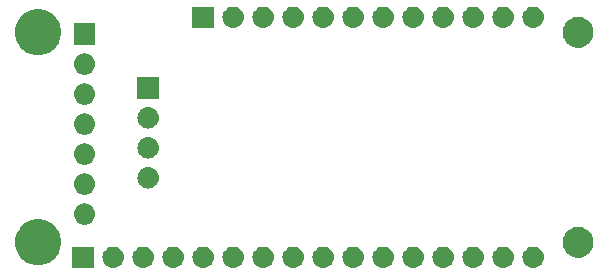
<source format=gbr>
G04 #@! TF.GenerationSoftware,KiCad,Pcbnew,(5.1.4)-1*
G04 #@! TF.CreationDate,2019-11-29T16:32:21-05:00*
G04 #@! TF.ProjectId,Feather-8bit-counter,46656174-6865-4722-9d38-6269742d636f,rev?*
G04 #@! TF.SameCoordinates,Original*
G04 #@! TF.FileFunction,Soldermask,Bot*
G04 #@! TF.FilePolarity,Negative*
%FSLAX46Y46*%
G04 Gerber Fmt 4.6, Leading zero omitted, Abs format (unit mm)*
G04 Created by KiCad (PCBNEW (5.1.4)-1) date 2019-11-29 16:32:21*
%MOMM*%
%LPD*%
G04 APERTURE LIST*
%ADD10C,0.100000*%
G04 APERTURE END LIST*
D10*
G36*
X132444443Y-67075919D02*
G01*
X132510627Y-67082437D01*
X132680466Y-67133957D01*
X132836991Y-67217622D01*
X132872729Y-67246952D01*
X132974186Y-67330214D01*
X133057448Y-67431671D01*
X133086778Y-67467409D01*
X133170443Y-67623934D01*
X133221963Y-67793773D01*
X133239359Y-67970400D01*
X133221963Y-68147027D01*
X133170443Y-68316866D01*
X133086778Y-68473391D01*
X133057448Y-68509129D01*
X132974186Y-68610586D01*
X132872729Y-68693848D01*
X132836991Y-68723178D01*
X132680466Y-68806843D01*
X132510627Y-68858363D01*
X132444443Y-68864881D01*
X132378260Y-68871400D01*
X132289740Y-68871400D01*
X132223557Y-68864881D01*
X132157373Y-68858363D01*
X131987534Y-68806843D01*
X131831009Y-68723178D01*
X131795271Y-68693848D01*
X131693814Y-68610586D01*
X131610552Y-68509129D01*
X131581222Y-68473391D01*
X131497557Y-68316866D01*
X131446037Y-68147027D01*
X131428641Y-67970400D01*
X131446037Y-67793773D01*
X131497557Y-67623934D01*
X131581222Y-67467409D01*
X131610552Y-67431671D01*
X131693814Y-67330214D01*
X131795271Y-67246952D01*
X131831009Y-67217622D01*
X131987534Y-67133957D01*
X132157373Y-67082437D01*
X132223557Y-67075919D01*
X132289740Y-67069400D01*
X132378260Y-67069400D01*
X132444443Y-67075919D01*
X132444443Y-67075919D01*
G37*
G36*
X127364443Y-67075919D02*
G01*
X127430627Y-67082437D01*
X127600466Y-67133957D01*
X127756991Y-67217622D01*
X127792729Y-67246952D01*
X127894186Y-67330214D01*
X127977448Y-67431671D01*
X128006778Y-67467409D01*
X128090443Y-67623934D01*
X128141963Y-67793773D01*
X128159359Y-67970400D01*
X128141963Y-68147027D01*
X128090443Y-68316866D01*
X128006778Y-68473391D01*
X127977448Y-68509129D01*
X127894186Y-68610586D01*
X127792729Y-68693848D01*
X127756991Y-68723178D01*
X127600466Y-68806843D01*
X127430627Y-68858363D01*
X127364443Y-68864881D01*
X127298260Y-68871400D01*
X127209740Y-68871400D01*
X127143557Y-68864881D01*
X127077373Y-68858363D01*
X126907534Y-68806843D01*
X126751009Y-68723178D01*
X126715271Y-68693848D01*
X126613814Y-68610586D01*
X126530552Y-68509129D01*
X126501222Y-68473391D01*
X126417557Y-68316866D01*
X126366037Y-68147027D01*
X126348641Y-67970400D01*
X126366037Y-67793773D01*
X126417557Y-67623934D01*
X126501222Y-67467409D01*
X126530552Y-67431671D01*
X126613814Y-67330214D01*
X126715271Y-67246952D01*
X126751009Y-67217622D01*
X126907534Y-67133957D01*
X127077373Y-67082437D01*
X127143557Y-67075919D01*
X127209740Y-67069400D01*
X127298260Y-67069400D01*
X127364443Y-67075919D01*
X127364443Y-67075919D01*
G37*
G36*
X142604443Y-67075919D02*
G01*
X142670627Y-67082437D01*
X142840466Y-67133957D01*
X142996991Y-67217622D01*
X143032729Y-67246952D01*
X143134186Y-67330214D01*
X143217448Y-67431671D01*
X143246778Y-67467409D01*
X143330443Y-67623934D01*
X143381963Y-67793773D01*
X143399359Y-67970400D01*
X143381963Y-68147027D01*
X143330443Y-68316866D01*
X143246778Y-68473391D01*
X143217448Y-68509129D01*
X143134186Y-68610586D01*
X143032729Y-68693848D01*
X142996991Y-68723178D01*
X142840466Y-68806843D01*
X142670627Y-68858363D01*
X142604443Y-68864881D01*
X142538260Y-68871400D01*
X142449740Y-68871400D01*
X142383557Y-68864881D01*
X142317373Y-68858363D01*
X142147534Y-68806843D01*
X141991009Y-68723178D01*
X141955271Y-68693848D01*
X141853814Y-68610586D01*
X141770552Y-68509129D01*
X141741222Y-68473391D01*
X141657557Y-68316866D01*
X141606037Y-68147027D01*
X141588641Y-67970400D01*
X141606037Y-67793773D01*
X141657557Y-67623934D01*
X141741222Y-67467409D01*
X141770552Y-67431671D01*
X141853814Y-67330214D01*
X141955271Y-67246952D01*
X141991009Y-67217622D01*
X142147534Y-67133957D01*
X142317373Y-67082437D01*
X142383557Y-67075919D01*
X142449740Y-67069400D01*
X142538260Y-67069400D01*
X142604443Y-67075919D01*
X142604443Y-67075919D01*
G37*
G36*
X140064443Y-67075919D02*
G01*
X140130627Y-67082437D01*
X140300466Y-67133957D01*
X140456991Y-67217622D01*
X140492729Y-67246952D01*
X140594186Y-67330214D01*
X140677448Y-67431671D01*
X140706778Y-67467409D01*
X140790443Y-67623934D01*
X140841963Y-67793773D01*
X140859359Y-67970400D01*
X140841963Y-68147027D01*
X140790443Y-68316866D01*
X140706778Y-68473391D01*
X140677448Y-68509129D01*
X140594186Y-68610586D01*
X140492729Y-68693848D01*
X140456991Y-68723178D01*
X140300466Y-68806843D01*
X140130627Y-68858363D01*
X140064443Y-68864881D01*
X139998260Y-68871400D01*
X139909740Y-68871400D01*
X139843557Y-68864881D01*
X139777373Y-68858363D01*
X139607534Y-68806843D01*
X139451009Y-68723178D01*
X139415271Y-68693848D01*
X139313814Y-68610586D01*
X139230552Y-68509129D01*
X139201222Y-68473391D01*
X139117557Y-68316866D01*
X139066037Y-68147027D01*
X139048641Y-67970400D01*
X139066037Y-67793773D01*
X139117557Y-67623934D01*
X139201222Y-67467409D01*
X139230552Y-67431671D01*
X139313814Y-67330214D01*
X139415271Y-67246952D01*
X139451009Y-67217622D01*
X139607534Y-67133957D01*
X139777373Y-67082437D01*
X139843557Y-67075919D01*
X139909740Y-67069400D01*
X139998260Y-67069400D01*
X140064443Y-67075919D01*
X140064443Y-67075919D01*
G37*
G36*
X137524443Y-67075919D02*
G01*
X137590627Y-67082437D01*
X137760466Y-67133957D01*
X137916991Y-67217622D01*
X137952729Y-67246952D01*
X138054186Y-67330214D01*
X138137448Y-67431671D01*
X138166778Y-67467409D01*
X138250443Y-67623934D01*
X138301963Y-67793773D01*
X138319359Y-67970400D01*
X138301963Y-68147027D01*
X138250443Y-68316866D01*
X138166778Y-68473391D01*
X138137448Y-68509129D01*
X138054186Y-68610586D01*
X137952729Y-68693848D01*
X137916991Y-68723178D01*
X137760466Y-68806843D01*
X137590627Y-68858363D01*
X137524443Y-68864881D01*
X137458260Y-68871400D01*
X137369740Y-68871400D01*
X137303557Y-68864881D01*
X137237373Y-68858363D01*
X137067534Y-68806843D01*
X136911009Y-68723178D01*
X136875271Y-68693848D01*
X136773814Y-68610586D01*
X136690552Y-68509129D01*
X136661222Y-68473391D01*
X136577557Y-68316866D01*
X136526037Y-68147027D01*
X136508641Y-67970400D01*
X136526037Y-67793773D01*
X136577557Y-67623934D01*
X136661222Y-67467409D01*
X136690552Y-67431671D01*
X136773814Y-67330214D01*
X136875271Y-67246952D01*
X136911009Y-67217622D01*
X137067534Y-67133957D01*
X137237373Y-67082437D01*
X137303557Y-67075919D01*
X137369740Y-67069400D01*
X137458260Y-67069400D01*
X137524443Y-67075919D01*
X137524443Y-67075919D01*
G37*
G36*
X134984443Y-67075919D02*
G01*
X135050627Y-67082437D01*
X135220466Y-67133957D01*
X135376991Y-67217622D01*
X135412729Y-67246952D01*
X135514186Y-67330214D01*
X135597448Y-67431671D01*
X135626778Y-67467409D01*
X135710443Y-67623934D01*
X135761963Y-67793773D01*
X135779359Y-67970400D01*
X135761963Y-68147027D01*
X135710443Y-68316866D01*
X135626778Y-68473391D01*
X135597448Y-68509129D01*
X135514186Y-68610586D01*
X135412729Y-68693848D01*
X135376991Y-68723178D01*
X135220466Y-68806843D01*
X135050627Y-68858363D01*
X134984443Y-68864881D01*
X134918260Y-68871400D01*
X134829740Y-68871400D01*
X134763557Y-68864881D01*
X134697373Y-68858363D01*
X134527534Y-68806843D01*
X134371009Y-68723178D01*
X134335271Y-68693848D01*
X134233814Y-68610586D01*
X134150552Y-68509129D01*
X134121222Y-68473391D01*
X134037557Y-68316866D01*
X133986037Y-68147027D01*
X133968641Y-67970400D01*
X133986037Y-67793773D01*
X134037557Y-67623934D01*
X134121222Y-67467409D01*
X134150552Y-67431671D01*
X134233814Y-67330214D01*
X134335271Y-67246952D01*
X134371009Y-67217622D01*
X134527534Y-67133957D01*
X134697373Y-67082437D01*
X134763557Y-67075919D01*
X134829740Y-67069400D01*
X134918260Y-67069400D01*
X134984443Y-67075919D01*
X134984443Y-67075919D01*
G37*
G36*
X129904443Y-67075919D02*
G01*
X129970627Y-67082437D01*
X130140466Y-67133957D01*
X130296991Y-67217622D01*
X130332729Y-67246952D01*
X130434186Y-67330214D01*
X130517448Y-67431671D01*
X130546778Y-67467409D01*
X130630443Y-67623934D01*
X130681963Y-67793773D01*
X130699359Y-67970400D01*
X130681963Y-68147027D01*
X130630443Y-68316866D01*
X130546778Y-68473391D01*
X130517448Y-68509129D01*
X130434186Y-68610586D01*
X130332729Y-68693848D01*
X130296991Y-68723178D01*
X130140466Y-68806843D01*
X129970627Y-68858363D01*
X129904443Y-68864881D01*
X129838260Y-68871400D01*
X129749740Y-68871400D01*
X129683557Y-68864881D01*
X129617373Y-68858363D01*
X129447534Y-68806843D01*
X129291009Y-68723178D01*
X129255271Y-68693848D01*
X129153814Y-68610586D01*
X129070552Y-68509129D01*
X129041222Y-68473391D01*
X128957557Y-68316866D01*
X128906037Y-68147027D01*
X128888641Y-67970400D01*
X128906037Y-67793773D01*
X128957557Y-67623934D01*
X129041222Y-67467409D01*
X129070552Y-67431671D01*
X129153814Y-67330214D01*
X129255271Y-67246952D01*
X129291009Y-67217622D01*
X129447534Y-67133957D01*
X129617373Y-67082437D01*
X129683557Y-67075919D01*
X129749740Y-67069400D01*
X129838260Y-67069400D01*
X129904443Y-67075919D01*
X129904443Y-67075919D01*
G37*
G36*
X145144443Y-67075919D02*
G01*
X145210627Y-67082437D01*
X145380466Y-67133957D01*
X145536991Y-67217622D01*
X145572729Y-67246952D01*
X145674186Y-67330214D01*
X145757448Y-67431671D01*
X145786778Y-67467409D01*
X145870443Y-67623934D01*
X145921963Y-67793773D01*
X145939359Y-67970400D01*
X145921963Y-68147027D01*
X145870443Y-68316866D01*
X145786778Y-68473391D01*
X145757448Y-68509129D01*
X145674186Y-68610586D01*
X145572729Y-68693848D01*
X145536991Y-68723178D01*
X145380466Y-68806843D01*
X145210627Y-68858363D01*
X145144443Y-68864881D01*
X145078260Y-68871400D01*
X144989740Y-68871400D01*
X144923557Y-68864881D01*
X144857373Y-68858363D01*
X144687534Y-68806843D01*
X144531009Y-68723178D01*
X144495271Y-68693848D01*
X144393814Y-68610586D01*
X144310552Y-68509129D01*
X144281222Y-68473391D01*
X144197557Y-68316866D01*
X144146037Y-68147027D01*
X144128641Y-67970400D01*
X144146037Y-67793773D01*
X144197557Y-67623934D01*
X144281222Y-67467409D01*
X144310552Y-67431671D01*
X144393814Y-67330214D01*
X144495271Y-67246952D01*
X144531009Y-67217622D01*
X144687534Y-67133957D01*
X144857373Y-67082437D01*
X144923557Y-67075919D01*
X144989740Y-67069400D01*
X145078260Y-67069400D01*
X145144443Y-67075919D01*
X145144443Y-67075919D01*
G37*
G36*
X124824443Y-67075919D02*
G01*
X124890627Y-67082437D01*
X125060466Y-67133957D01*
X125216991Y-67217622D01*
X125252729Y-67246952D01*
X125354186Y-67330214D01*
X125437448Y-67431671D01*
X125466778Y-67467409D01*
X125550443Y-67623934D01*
X125601963Y-67793773D01*
X125619359Y-67970400D01*
X125601963Y-68147027D01*
X125550443Y-68316866D01*
X125466778Y-68473391D01*
X125437448Y-68509129D01*
X125354186Y-68610586D01*
X125252729Y-68693848D01*
X125216991Y-68723178D01*
X125060466Y-68806843D01*
X124890627Y-68858363D01*
X124824443Y-68864881D01*
X124758260Y-68871400D01*
X124669740Y-68871400D01*
X124603557Y-68864881D01*
X124537373Y-68858363D01*
X124367534Y-68806843D01*
X124211009Y-68723178D01*
X124175271Y-68693848D01*
X124073814Y-68610586D01*
X123990552Y-68509129D01*
X123961222Y-68473391D01*
X123877557Y-68316866D01*
X123826037Y-68147027D01*
X123808641Y-67970400D01*
X123826037Y-67793773D01*
X123877557Y-67623934D01*
X123961222Y-67467409D01*
X123990552Y-67431671D01*
X124073814Y-67330214D01*
X124175271Y-67246952D01*
X124211009Y-67217622D01*
X124367534Y-67133957D01*
X124537373Y-67082437D01*
X124603557Y-67075919D01*
X124669740Y-67069400D01*
X124758260Y-67069400D01*
X124824443Y-67075919D01*
X124824443Y-67075919D01*
G37*
G36*
X122284443Y-67075919D02*
G01*
X122350627Y-67082437D01*
X122520466Y-67133957D01*
X122676991Y-67217622D01*
X122712729Y-67246952D01*
X122814186Y-67330214D01*
X122897448Y-67431671D01*
X122926778Y-67467409D01*
X123010443Y-67623934D01*
X123061963Y-67793773D01*
X123079359Y-67970400D01*
X123061963Y-68147027D01*
X123010443Y-68316866D01*
X122926778Y-68473391D01*
X122897448Y-68509129D01*
X122814186Y-68610586D01*
X122712729Y-68693848D01*
X122676991Y-68723178D01*
X122520466Y-68806843D01*
X122350627Y-68858363D01*
X122284443Y-68864881D01*
X122218260Y-68871400D01*
X122129740Y-68871400D01*
X122063557Y-68864881D01*
X121997373Y-68858363D01*
X121827534Y-68806843D01*
X121671009Y-68723178D01*
X121635271Y-68693848D01*
X121533814Y-68610586D01*
X121450552Y-68509129D01*
X121421222Y-68473391D01*
X121337557Y-68316866D01*
X121286037Y-68147027D01*
X121268641Y-67970400D01*
X121286037Y-67793773D01*
X121337557Y-67623934D01*
X121421222Y-67467409D01*
X121450552Y-67431671D01*
X121533814Y-67330214D01*
X121635271Y-67246952D01*
X121671009Y-67217622D01*
X121827534Y-67133957D01*
X121997373Y-67082437D01*
X122063557Y-67075919D01*
X122129740Y-67069400D01*
X122218260Y-67069400D01*
X122284443Y-67075919D01*
X122284443Y-67075919D01*
G37*
G36*
X119744443Y-67075919D02*
G01*
X119810627Y-67082437D01*
X119980466Y-67133957D01*
X120136991Y-67217622D01*
X120172729Y-67246952D01*
X120274186Y-67330214D01*
X120357448Y-67431671D01*
X120386778Y-67467409D01*
X120470443Y-67623934D01*
X120521963Y-67793773D01*
X120539359Y-67970400D01*
X120521963Y-68147027D01*
X120470443Y-68316866D01*
X120386778Y-68473391D01*
X120357448Y-68509129D01*
X120274186Y-68610586D01*
X120172729Y-68693848D01*
X120136991Y-68723178D01*
X119980466Y-68806843D01*
X119810627Y-68858363D01*
X119744443Y-68864881D01*
X119678260Y-68871400D01*
X119589740Y-68871400D01*
X119523557Y-68864881D01*
X119457373Y-68858363D01*
X119287534Y-68806843D01*
X119131009Y-68723178D01*
X119095271Y-68693848D01*
X118993814Y-68610586D01*
X118910552Y-68509129D01*
X118881222Y-68473391D01*
X118797557Y-68316866D01*
X118746037Y-68147027D01*
X118728641Y-67970400D01*
X118746037Y-67793773D01*
X118797557Y-67623934D01*
X118881222Y-67467409D01*
X118910552Y-67431671D01*
X118993814Y-67330214D01*
X119095271Y-67246952D01*
X119131009Y-67217622D01*
X119287534Y-67133957D01*
X119457373Y-67082437D01*
X119523557Y-67075919D01*
X119589740Y-67069400D01*
X119678260Y-67069400D01*
X119744443Y-67075919D01*
X119744443Y-67075919D01*
G37*
G36*
X117204443Y-67075919D02*
G01*
X117270627Y-67082437D01*
X117440466Y-67133957D01*
X117596991Y-67217622D01*
X117632729Y-67246952D01*
X117734186Y-67330214D01*
X117817448Y-67431671D01*
X117846778Y-67467409D01*
X117930443Y-67623934D01*
X117981963Y-67793773D01*
X117999359Y-67970400D01*
X117981963Y-68147027D01*
X117930443Y-68316866D01*
X117846778Y-68473391D01*
X117817448Y-68509129D01*
X117734186Y-68610586D01*
X117632729Y-68693848D01*
X117596991Y-68723178D01*
X117440466Y-68806843D01*
X117270627Y-68858363D01*
X117204443Y-68864881D01*
X117138260Y-68871400D01*
X117049740Y-68871400D01*
X116983557Y-68864881D01*
X116917373Y-68858363D01*
X116747534Y-68806843D01*
X116591009Y-68723178D01*
X116555271Y-68693848D01*
X116453814Y-68610586D01*
X116370552Y-68509129D01*
X116341222Y-68473391D01*
X116257557Y-68316866D01*
X116206037Y-68147027D01*
X116188641Y-67970400D01*
X116206037Y-67793773D01*
X116257557Y-67623934D01*
X116341222Y-67467409D01*
X116370552Y-67431671D01*
X116453814Y-67330214D01*
X116555271Y-67246952D01*
X116591009Y-67217622D01*
X116747534Y-67133957D01*
X116917373Y-67082437D01*
X116983557Y-67075919D01*
X117049740Y-67069400D01*
X117138260Y-67069400D01*
X117204443Y-67075919D01*
X117204443Y-67075919D01*
G37*
G36*
X114664443Y-67075919D02*
G01*
X114730627Y-67082437D01*
X114900466Y-67133957D01*
X115056991Y-67217622D01*
X115092729Y-67246952D01*
X115194186Y-67330214D01*
X115277448Y-67431671D01*
X115306778Y-67467409D01*
X115390443Y-67623934D01*
X115441963Y-67793773D01*
X115459359Y-67970400D01*
X115441963Y-68147027D01*
X115390443Y-68316866D01*
X115306778Y-68473391D01*
X115277448Y-68509129D01*
X115194186Y-68610586D01*
X115092729Y-68693848D01*
X115056991Y-68723178D01*
X114900466Y-68806843D01*
X114730627Y-68858363D01*
X114664443Y-68864881D01*
X114598260Y-68871400D01*
X114509740Y-68871400D01*
X114443557Y-68864881D01*
X114377373Y-68858363D01*
X114207534Y-68806843D01*
X114051009Y-68723178D01*
X114015271Y-68693848D01*
X113913814Y-68610586D01*
X113830552Y-68509129D01*
X113801222Y-68473391D01*
X113717557Y-68316866D01*
X113666037Y-68147027D01*
X113648641Y-67970400D01*
X113666037Y-67793773D01*
X113717557Y-67623934D01*
X113801222Y-67467409D01*
X113830552Y-67431671D01*
X113913814Y-67330214D01*
X114015271Y-67246952D01*
X114051009Y-67217622D01*
X114207534Y-67133957D01*
X114377373Y-67082437D01*
X114443557Y-67075919D01*
X114509740Y-67069400D01*
X114598260Y-67069400D01*
X114664443Y-67075919D01*
X114664443Y-67075919D01*
G37*
G36*
X112124443Y-67075919D02*
G01*
X112190627Y-67082437D01*
X112360466Y-67133957D01*
X112516991Y-67217622D01*
X112552729Y-67246952D01*
X112654186Y-67330214D01*
X112737448Y-67431671D01*
X112766778Y-67467409D01*
X112850443Y-67623934D01*
X112901963Y-67793773D01*
X112919359Y-67970400D01*
X112901963Y-68147027D01*
X112850443Y-68316866D01*
X112766778Y-68473391D01*
X112737448Y-68509129D01*
X112654186Y-68610586D01*
X112552729Y-68693848D01*
X112516991Y-68723178D01*
X112360466Y-68806843D01*
X112190627Y-68858363D01*
X112124443Y-68864881D01*
X112058260Y-68871400D01*
X111969740Y-68871400D01*
X111903557Y-68864881D01*
X111837373Y-68858363D01*
X111667534Y-68806843D01*
X111511009Y-68723178D01*
X111475271Y-68693848D01*
X111373814Y-68610586D01*
X111290552Y-68509129D01*
X111261222Y-68473391D01*
X111177557Y-68316866D01*
X111126037Y-68147027D01*
X111108641Y-67970400D01*
X111126037Y-67793773D01*
X111177557Y-67623934D01*
X111261222Y-67467409D01*
X111290552Y-67431671D01*
X111373814Y-67330214D01*
X111475271Y-67246952D01*
X111511009Y-67217622D01*
X111667534Y-67133957D01*
X111837373Y-67082437D01*
X111903557Y-67075919D01*
X111969740Y-67069400D01*
X112058260Y-67069400D01*
X112124443Y-67075919D01*
X112124443Y-67075919D01*
G37*
G36*
X109584443Y-67075919D02*
G01*
X109650627Y-67082437D01*
X109820466Y-67133957D01*
X109976991Y-67217622D01*
X110012729Y-67246952D01*
X110114186Y-67330214D01*
X110197448Y-67431671D01*
X110226778Y-67467409D01*
X110310443Y-67623934D01*
X110361963Y-67793773D01*
X110379359Y-67970400D01*
X110361963Y-68147027D01*
X110310443Y-68316866D01*
X110226778Y-68473391D01*
X110197448Y-68509129D01*
X110114186Y-68610586D01*
X110012729Y-68693848D01*
X109976991Y-68723178D01*
X109820466Y-68806843D01*
X109650627Y-68858363D01*
X109584443Y-68864881D01*
X109518260Y-68871400D01*
X109429740Y-68871400D01*
X109363557Y-68864881D01*
X109297373Y-68858363D01*
X109127534Y-68806843D01*
X108971009Y-68723178D01*
X108935271Y-68693848D01*
X108833814Y-68610586D01*
X108750552Y-68509129D01*
X108721222Y-68473391D01*
X108637557Y-68316866D01*
X108586037Y-68147027D01*
X108568641Y-67970400D01*
X108586037Y-67793773D01*
X108637557Y-67623934D01*
X108721222Y-67467409D01*
X108750552Y-67431671D01*
X108833814Y-67330214D01*
X108935271Y-67246952D01*
X108971009Y-67217622D01*
X109127534Y-67133957D01*
X109297373Y-67082437D01*
X109363557Y-67075919D01*
X109429740Y-67069400D01*
X109518260Y-67069400D01*
X109584443Y-67075919D01*
X109584443Y-67075919D01*
G37*
G36*
X107835000Y-68871400D02*
G01*
X106033000Y-68871400D01*
X106033000Y-67069400D01*
X107835000Y-67069400D01*
X107835000Y-68871400D01*
X107835000Y-68871400D01*
G37*
G36*
X103695625Y-64824375D02*
G01*
X104050683Y-64971445D01*
X104050685Y-64971446D01*
X104370230Y-65184959D01*
X104641981Y-65456710D01*
X104702624Y-65547469D01*
X104855495Y-65776257D01*
X105002565Y-66131315D01*
X105077540Y-66508242D01*
X105077540Y-66892558D01*
X105002565Y-67269485D01*
X104920582Y-67467409D01*
X104855494Y-67624545D01*
X104641981Y-67944090D01*
X104370230Y-68215841D01*
X104050685Y-68429354D01*
X104050684Y-68429355D01*
X104050683Y-68429355D01*
X103695625Y-68576425D01*
X103318698Y-68651400D01*
X102934382Y-68651400D01*
X102557455Y-68576425D01*
X102202397Y-68429355D01*
X102202396Y-68429355D01*
X102202395Y-68429354D01*
X101882850Y-68215841D01*
X101611099Y-67944090D01*
X101397586Y-67624545D01*
X101332498Y-67467409D01*
X101250515Y-67269485D01*
X101175540Y-66892558D01*
X101175540Y-66508242D01*
X101250515Y-66131315D01*
X101397585Y-65776257D01*
X101550456Y-65547469D01*
X101611099Y-65456710D01*
X101882850Y-65184959D01*
X102202395Y-64971446D01*
X102202397Y-64971445D01*
X102557455Y-64824375D01*
X102934382Y-64749400D01*
X103318698Y-64749400D01*
X103695625Y-64824375D01*
X103695625Y-64824375D01*
G37*
G36*
X149226027Y-65449396D02*
G01*
X149462793Y-65547468D01*
X149462795Y-65547469D01*
X149675879Y-65689847D01*
X149857093Y-65871061D01*
X149999472Y-66084147D01*
X150097544Y-66320913D01*
X150147540Y-66572261D01*
X150147540Y-66828539D01*
X150097544Y-67079887D01*
X150019009Y-67269486D01*
X149999471Y-67316655D01*
X149857093Y-67529739D01*
X149675879Y-67710953D01*
X149462795Y-67853331D01*
X149462794Y-67853332D01*
X149462793Y-67853332D01*
X149226027Y-67951404D01*
X148974679Y-68001400D01*
X148718401Y-68001400D01*
X148467053Y-67951404D01*
X148230287Y-67853332D01*
X148230286Y-67853332D01*
X148230285Y-67853331D01*
X148017201Y-67710953D01*
X147835987Y-67529739D01*
X147693609Y-67316655D01*
X147674071Y-67269486D01*
X147595536Y-67079887D01*
X147545540Y-66828539D01*
X147545540Y-66572261D01*
X147595536Y-66320913D01*
X147693608Y-66084147D01*
X147835987Y-65871061D01*
X148017201Y-65689847D01*
X148230285Y-65547469D01*
X148230287Y-65547468D01*
X148467053Y-65449396D01*
X148718401Y-65399400D01*
X148974679Y-65399400D01*
X149226027Y-65449396D01*
X149226027Y-65449396D01*
G37*
G36*
X107158742Y-63418638D02*
G01*
X107224927Y-63425157D01*
X107394766Y-63476677D01*
X107551291Y-63560342D01*
X107587029Y-63589672D01*
X107688486Y-63672934D01*
X107771748Y-63774391D01*
X107801078Y-63810129D01*
X107884743Y-63966654D01*
X107936263Y-64136493D01*
X107953659Y-64313120D01*
X107936263Y-64489747D01*
X107884743Y-64659586D01*
X107801078Y-64816111D01*
X107794295Y-64824376D01*
X107688486Y-64953306D01*
X107587029Y-65036568D01*
X107551291Y-65065898D01*
X107394766Y-65149563D01*
X107224927Y-65201083D01*
X107158742Y-65207602D01*
X107092560Y-65214120D01*
X107004040Y-65214120D01*
X106937858Y-65207602D01*
X106871673Y-65201083D01*
X106701834Y-65149563D01*
X106545309Y-65065898D01*
X106509571Y-65036568D01*
X106408114Y-64953306D01*
X106302305Y-64824376D01*
X106295522Y-64816111D01*
X106211857Y-64659586D01*
X106160337Y-64489747D01*
X106142941Y-64313120D01*
X106160337Y-64136493D01*
X106211857Y-63966654D01*
X106295522Y-63810129D01*
X106324852Y-63774391D01*
X106408114Y-63672934D01*
X106509571Y-63589672D01*
X106545309Y-63560342D01*
X106701834Y-63476677D01*
X106871673Y-63425157D01*
X106937858Y-63418638D01*
X107004040Y-63412120D01*
X107092560Y-63412120D01*
X107158742Y-63418638D01*
X107158742Y-63418638D01*
G37*
G36*
X107158743Y-60878639D02*
G01*
X107224927Y-60885157D01*
X107394766Y-60936677D01*
X107551291Y-61020342D01*
X107587029Y-61049672D01*
X107688486Y-61132934D01*
X107771748Y-61234391D01*
X107801078Y-61270129D01*
X107884743Y-61426654D01*
X107936263Y-61596493D01*
X107953659Y-61773120D01*
X107936263Y-61949747D01*
X107884743Y-62119586D01*
X107801078Y-62276111D01*
X107771748Y-62311849D01*
X107688486Y-62413306D01*
X107587029Y-62496568D01*
X107551291Y-62525898D01*
X107394766Y-62609563D01*
X107224927Y-62661083D01*
X107158742Y-62667602D01*
X107092560Y-62674120D01*
X107004040Y-62674120D01*
X106937858Y-62667602D01*
X106871673Y-62661083D01*
X106701834Y-62609563D01*
X106545309Y-62525898D01*
X106509571Y-62496568D01*
X106408114Y-62413306D01*
X106324852Y-62311849D01*
X106295522Y-62276111D01*
X106211857Y-62119586D01*
X106160337Y-61949747D01*
X106142941Y-61773120D01*
X106160337Y-61596493D01*
X106211857Y-61426654D01*
X106295522Y-61270129D01*
X106324852Y-61234391D01*
X106408114Y-61132934D01*
X106509571Y-61049672D01*
X106545309Y-61020342D01*
X106701834Y-60936677D01*
X106871673Y-60885157D01*
X106937857Y-60878639D01*
X107004040Y-60872120D01*
X107092560Y-60872120D01*
X107158743Y-60878639D01*
X107158743Y-60878639D01*
G37*
G36*
X112543542Y-60360158D02*
G01*
X112609727Y-60366677D01*
X112779566Y-60418197D01*
X112936091Y-60501862D01*
X112971829Y-60531192D01*
X113073286Y-60614454D01*
X113156548Y-60715911D01*
X113185878Y-60751649D01*
X113269543Y-60908174D01*
X113321063Y-61078013D01*
X113338459Y-61254640D01*
X113321063Y-61431267D01*
X113269543Y-61601106D01*
X113185878Y-61757631D01*
X113173166Y-61773120D01*
X113073286Y-61894826D01*
X112971829Y-61978088D01*
X112936091Y-62007418D01*
X112779566Y-62091083D01*
X112609727Y-62142603D01*
X112543543Y-62149121D01*
X112477360Y-62155640D01*
X112388840Y-62155640D01*
X112322657Y-62149121D01*
X112256473Y-62142603D01*
X112086634Y-62091083D01*
X111930109Y-62007418D01*
X111894371Y-61978088D01*
X111792914Y-61894826D01*
X111693034Y-61773120D01*
X111680322Y-61757631D01*
X111596657Y-61601106D01*
X111545137Y-61431267D01*
X111527741Y-61254640D01*
X111545137Y-61078013D01*
X111596657Y-60908174D01*
X111680322Y-60751649D01*
X111709652Y-60715911D01*
X111792914Y-60614454D01*
X111894371Y-60531192D01*
X111930109Y-60501862D01*
X112086634Y-60418197D01*
X112256473Y-60366677D01*
X112322658Y-60360158D01*
X112388840Y-60353640D01*
X112477360Y-60353640D01*
X112543542Y-60360158D01*
X112543542Y-60360158D01*
G37*
G36*
X107158742Y-58338638D02*
G01*
X107224927Y-58345157D01*
X107394766Y-58396677D01*
X107551291Y-58480342D01*
X107587029Y-58509672D01*
X107688486Y-58592934D01*
X107771748Y-58694391D01*
X107801078Y-58730129D01*
X107884743Y-58886654D01*
X107936263Y-59056493D01*
X107953659Y-59233120D01*
X107936263Y-59409747D01*
X107884743Y-59579586D01*
X107801078Y-59736111D01*
X107771748Y-59771849D01*
X107688486Y-59873306D01*
X107587029Y-59956568D01*
X107551291Y-59985898D01*
X107394766Y-60069563D01*
X107224927Y-60121083D01*
X107158743Y-60127601D01*
X107092560Y-60134120D01*
X107004040Y-60134120D01*
X106937857Y-60127601D01*
X106871673Y-60121083D01*
X106701834Y-60069563D01*
X106545309Y-59985898D01*
X106509571Y-59956568D01*
X106408114Y-59873306D01*
X106324852Y-59771849D01*
X106295522Y-59736111D01*
X106211857Y-59579586D01*
X106160337Y-59409747D01*
X106142941Y-59233120D01*
X106160337Y-59056493D01*
X106211857Y-58886654D01*
X106295522Y-58730129D01*
X106324852Y-58694391D01*
X106408114Y-58592934D01*
X106509571Y-58509672D01*
X106545309Y-58480342D01*
X106701834Y-58396677D01*
X106871673Y-58345157D01*
X106937858Y-58338638D01*
X107004040Y-58332120D01*
X107092560Y-58332120D01*
X107158742Y-58338638D01*
X107158742Y-58338638D01*
G37*
G36*
X112543542Y-57820158D02*
G01*
X112609727Y-57826677D01*
X112779566Y-57878197D01*
X112936091Y-57961862D01*
X112971829Y-57991192D01*
X113073286Y-58074454D01*
X113156548Y-58175911D01*
X113185878Y-58211649D01*
X113269543Y-58368174D01*
X113321063Y-58538013D01*
X113338459Y-58714640D01*
X113321063Y-58891267D01*
X113269543Y-59061106D01*
X113185878Y-59217631D01*
X113173166Y-59233120D01*
X113073286Y-59354826D01*
X112971829Y-59438088D01*
X112936091Y-59467418D01*
X112779566Y-59551083D01*
X112609727Y-59602603D01*
X112543542Y-59609122D01*
X112477360Y-59615640D01*
X112388840Y-59615640D01*
X112322658Y-59609122D01*
X112256473Y-59602603D01*
X112086634Y-59551083D01*
X111930109Y-59467418D01*
X111894371Y-59438088D01*
X111792914Y-59354826D01*
X111693034Y-59233120D01*
X111680322Y-59217631D01*
X111596657Y-59061106D01*
X111545137Y-58891267D01*
X111527741Y-58714640D01*
X111545137Y-58538013D01*
X111596657Y-58368174D01*
X111680322Y-58211649D01*
X111709652Y-58175911D01*
X111792914Y-58074454D01*
X111894371Y-57991192D01*
X111930109Y-57961862D01*
X112086634Y-57878197D01*
X112256473Y-57826677D01*
X112322658Y-57820158D01*
X112388840Y-57813640D01*
X112477360Y-57813640D01*
X112543542Y-57820158D01*
X112543542Y-57820158D01*
G37*
G36*
X107158743Y-55798639D02*
G01*
X107224927Y-55805157D01*
X107394766Y-55856677D01*
X107551291Y-55940342D01*
X107587029Y-55969672D01*
X107688486Y-56052934D01*
X107771748Y-56154391D01*
X107801078Y-56190129D01*
X107884743Y-56346654D01*
X107936263Y-56516493D01*
X107953659Y-56693120D01*
X107936263Y-56869747D01*
X107884743Y-57039586D01*
X107801078Y-57196111D01*
X107771748Y-57231849D01*
X107688486Y-57333306D01*
X107587029Y-57416568D01*
X107551291Y-57445898D01*
X107394766Y-57529563D01*
X107224927Y-57581083D01*
X107158743Y-57587601D01*
X107092560Y-57594120D01*
X107004040Y-57594120D01*
X106937857Y-57587601D01*
X106871673Y-57581083D01*
X106701834Y-57529563D01*
X106545309Y-57445898D01*
X106509571Y-57416568D01*
X106408114Y-57333306D01*
X106324852Y-57231849D01*
X106295522Y-57196111D01*
X106211857Y-57039586D01*
X106160337Y-56869747D01*
X106142941Y-56693120D01*
X106160337Y-56516493D01*
X106211857Y-56346654D01*
X106295522Y-56190129D01*
X106324852Y-56154391D01*
X106408114Y-56052934D01*
X106509571Y-55969672D01*
X106545309Y-55940342D01*
X106701834Y-55856677D01*
X106871673Y-55805157D01*
X106937857Y-55798639D01*
X107004040Y-55792120D01*
X107092560Y-55792120D01*
X107158743Y-55798639D01*
X107158743Y-55798639D01*
G37*
G36*
X112543543Y-55280159D02*
G01*
X112609727Y-55286677D01*
X112779566Y-55338197D01*
X112936091Y-55421862D01*
X112971829Y-55451192D01*
X113073286Y-55534454D01*
X113156548Y-55635911D01*
X113185878Y-55671649D01*
X113269543Y-55828174D01*
X113321063Y-55998013D01*
X113338459Y-56174640D01*
X113321063Y-56351267D01*
X113269543Y-56521106D01*
X113185878Y-56677631D01*
X113173166Y-56693120D01*
X113073286Y-56814826D01*
X112971829Y-56898088D01*
X112936091Y-56927418D01*
X112779566Y-57011083D01*
X112609727Y-57062603D01*
X112543543Y-57069121D01*
X112477360Y-57075640D01*
X112388840Y-57075640D01*
X112322657Y-57069121D01*
X112256473Y-57062603D01*
X112086634Y-57011083D01*
X111930109Y-56927418D01*
X111894371Y-56898088D01*
X111792914Y-56814826D01*
X111693034Y-56693120D01*
X111680322Y-56677631D01*
X111596657Y-56521106D01*
X111545137Y-56351267D01*
X111527741Y-56174640D01*
X111545137Y-55998013D01*
X111596657Y-55828174D01*
X111680322Y-55671649D01*
X111709652Y-55635911D01*
X111792914Y-55534454D01*
X111894371Y-55451192D01*
X111930109Y-55421862D01*
X112086634Y-55338197D01*
X112256473Y-55286677D01*
X112322657Y-55280159D01*
X112388840Y-55273640D01*
X112477360Y-55273640D01*
X112543543Y-55280159D01*
X112543543Y-55280159D01*
G37*
G36*
X107158742Y-53258638D02*
G01*
X107224927Y-53265157D01*
X107394766Y-53316677D01*
X107551291Y-53400342D01*
X107587029Y-53429672D01*
X107688486Y-53512934D01*
X107771748Y-53614391D01*
X107801078Y-53650129D01*
X107884743Y-53806654D01*
X107936263Y-53976493D01*
X107953659Y-54153120D01*
X107936263Y-54329747D01*
X107884743Y-54499586D01*
X107801078Y-54656111D01*
X107771748Y-54691849D01*
X107688486Y-54793306D01*
X107587029Y-54876568D01*
X107551291Y-54905898D01*
X107394766Y-54989563D01*
X107224927Y-55041083D01*
X107158742Y-55047602D01*
X107092560Y-55054120D01*
X107004040Y-55054120D01*
X106937858Y-55047602D01*
X106871673Y-55041083D01*
X106701834Y-54989563D01*
X106545309Y-54905898D01*
X106509571Y-54876568D01*
X106408114Y-54793306D01*
X106324852Y-54691849D01*
X106295522Y-54656111D01*
X106211857Y-54499586D01*
X106160337Y-54329747D01*
X106142941Y-54153120D01*
X106160337Y-53976493D01*
X106211857Y-53806654D01*
X106295522Y-53650129D01*
X106324852Y-53614391D01*
X106408114Y-53512934D01*
X106509571Y-53429672D01*
X106545309Y-53400342D01*
X106701834Y-53316677D01*
X106871673Y-53265157D01*
X106937858Y-53258638D01*
X107004040Y-53252120D01*
X107092560Y-53252120D01*
X107158742Y-53258638D01*
X107158742Y-53258638D01*
G37*
G36*
X113334100Y-54535640D02*
G01*
X111532100Y-54535640D01*
X111532100Y-52733640D01*
X113334100Y-52733640D01*
X113334100Y-54535640D01*
X113334100Y-54535640D01*
G37*
G36*
X107158742Y-50718638D02*
G01*
X107224927Y-50725157D01*
X107394766Y-50776677D01*
X107551291Y-50860342D01*
X107564765Y-50871400D01*
X107688486Y-50972934D01*
X107771748Y-51074391D01*
X107801078Y-51110129D01*
X107884743Y-51266654D01*
X107936263Y-51436493D01*
X107953659Y-51613120D01*
X107936263Y-51789747D01*
X107884743Y-51959586D01*
X107801078Y-52116111D01*
X107771748Y-52151849D01*
X107688486Y-52253306D01*
X107587029Y-52336568D01*
X107551291Y-52365898D01*
X107394766Y-52449563D01*
X107224927Y-52501083D01*
X107158742Y-52507602D01*
X107092560Y-52514120D01*
X107004040Y-52514120D01*
X106937858Y-52507602D01*
X106871673Y-52501083D01*
X106701834Y-52449563D01*
X106545309Y-52365898D01*
X106509571Y-52336568D01*
X106408114Y-52253306D01*
X106324852Y-52151849D01*
X106295522Y-52116111D01*
X106211857Y-51959586D01*
X106160337Y-51789747D01*
X106142941Y-51613120D01*
X106160337Y-51436493D01*
X106211857Y-51266654D01*
X106295522Y-51110129D01*
X106324852Y-51074391D01*
X106408114Y-50972934D01*
X106531835Y-50871400D01*
X106545309Y-50860342D01*
X106701834Y-50776677D01*
X106871673Y-50725157D01*
X106937857Y-50718639D01*
X107004040Y-50712120D01*
X107092560Y-50712120D01*
X107158742Y-50718638D01*
X107158742Y-50718638D01*
G37*
G36*
X103695625Y-47044375D02*
G01*
X104050683Y-47191445D01*
X104050685Y-47191446D01*
X104370230Y-47404959D01*
X104641981Y-47676710D01*
X104797758Y-47909847D01*
X104855495Y-47996257D01*
X105002565Y-48351315D01*
X105077540Y-48728242D01*
X105077540Y-49112558D01*
X105002565Y-49489485D01*
X104894764Y-49749739D01*
X104855494Y-49844545D01*
X104641981Y-50164090D01*
X104370230Y-50435841D01*
X104050685Y-50649354D01*
X104050684Y-50649355D01*
X104050683Y-50649355D01*
X103695625Y-50796425D01*
X103318698Y-50871400D01*
X102934382Y-50871400D01*
X102557455Y-50796425D01*
X102202397Y-50649355D01*
X102202396Y-50649355D01*
X102202395Y-50649354D01*
X101882850Y-50435841D01*
X101611099Y-50164090D01*
X101397586Y-49844545D01*
X101358316Y-49749739D01*
X101250515Y-49489485D01*
X101175540Y-49112558D01*
X101175540Y-48728242D01*
X101250515Y-48351315D01*
X101397585Y-47996257D01*
X101455322Y-47909847D01*
X101611099Y-47676710D01*
X101882850Y-47404959D01*
X102202395Y-47191446D01*
X102202397Y-47191445D01*
X102557455Y-47044375D01*
X102934382Y-46969400D01*
X103318698Y-46969400D01*
X103695625Y-47044375D01*
X103695625Y-47044375D01*
G37*
G36*
X149226027Y-47669396D02*
G01*
X149462793Y-47767468D01*
X149462795Y-47767469D01*
X149675879Y-47909847D01*
X149857093Y-48091061D01*
X149990411Y-48290585D01*
X149999472Y-48304147D01*
X150097544Y-48540913D01*
X150147540Y-48792261D01*
X150147540Y-49048539D01*
X150097544Y-49299887D01*
X150019009Y-49489486D01*
X149999471Y-49536655D01*
X149857093Y-49749739D01*
X149675879Y-49930953D01*
X149462795Y-50073331D01*
X149462794Y-50073332D01*
X149462793Y-50073332D01*
X149226027Y-50171404D01*
X148974679Y-50221400D01*
X148718401Y-50221400D01*
X148467053Y-50171404D01*
X148230287Y-50073332D01*
X148230286Y-50073332D01*
X148230285Y-50073331D01*
X148017201Y-49930953D01*
X147835987Y-49749739D01*
X147693609Y-49536655D01*
X147674071Y-49489486D01*
X147595536Y-49299887D01*
X147545540Y-49048539D01*
X147545540Y-48792261D01*
X147595536Y-48540913D01*
X147693608Y-48304147D01*
X147702670Y-48290585D01*
X147835987Y-48091061D01*
X148017201Y-47909847D01*
X148230285Y-47767469D01*
X148230287Y-47767468D01*
X148467053Y-47669396D01*
X148718401Y-47619400D01*
X148974679Y-47619400D01*
X149226027Y-47669396D01*
X149226027Y-47669396D01*
G37*
G36*
X107949300Y-49974120D02*
G01*
X106147300Y-49974120D01*
X106147300Y-48172120D01*
X107949300Y-48172120D01*
X107949300Y-49974120D01*
X107949300Y-49974120D01*
G37*
G36*
X134984443Y-46755919D02*
G01*
X135050627Y-46762437D01*
X135220466Y-46813957D01*
X135376991Y-46897622D01*
X135412729Y-46926952D01*
X135514186Y-47010214D01*
X135597448Y-47111671D01*
X135626778Y-47147409D01*
X135710443Y-47303934D01*
X135761963Y-47473773D01*
X135779359Y-47650400D01*
X135761963Y-47827027D01*
X135710443Y-47996866D01*
X135626778Y-48153391D01*
X135611407Y-48172120D01*
X135514186Y-48290586D01*
X135440186Y-48351315D01*
X135376991Y-48403178D01*
X135220466Y-48486843D01*
X135050627Y-48538363D01*
X134984443Y-48544881D01*
X134918260Y-48551400D01*
X134829740Y-48551400D01*
X134763557Y-48544881D01*
X134697373Y-48538363D01*
X134527534Y-48486843D01*
X134371009Y-48403178D01*
X134307814Y-48351315D01*
X134233814Y-48290586D01*
X134136593Y-48172120D01*
X134121222Y-48153391D01*
X134037557Y-47996866D01*
X133986037Y-47827027D01*
X133968641Y-47650400D01*
X133986037Y-47473773D01*
X134037557Y-47303934D01*
X134121222Y-47147409D01*
X134150552Y-47111671D01*
X134233814Y-47010214D01*
X134335271Y-46926952D01*
X134371009Y-46897622D01*
X134527534Y-46813957D01*
X134697373Y-46762437D01*
X134763558Y-46755918D01*
X134829740Y-46749400D01*
X134918260Y-46749400D01*
X134984443Y-46755919D01*
X134984443Y-46755919D01*
G37*
G36*
X137524443Y-46755919D02*
G01*
X137590627Y-46762437D01*
X137760466Y-46813957D01*
X137916991Y-46897622D01*
X137952729Y-46926952D01*
X138054186Y-47010214D01*
X138137448Y-47111671D01*
X138166778Y-47147409D01*
X138250443Y-47303934D01*
X138301963Y-47473773D01*
X138319359Y-47650400D01*
X138301963Y-47827027D01*
X138250443Y-47996866D01*
X138166778Y-48153391D01*
X138151407Y-48172120D01*
X138054186Y-48290586D01*
X137980186Y-48351315D01*
X137916991Y-48403178D01*
X137760466Y-48486843D01*
X137590627Y-48538363D01*
X137524443Y-48544881D01*
X137458260Y-48551400D01*
X137369740Y-48551400D01*
X137303557Y-48544881D01*
X137237373Y-48538363D01*
X137067534Y-48486843D01*
X136911009Y-48403178D01*
X136847814Y-48351315D01*
X136773814Y-48290586D01*
X136676593Y-48172120D01*
X136661222Y-48153391D01*
X136577557Y-47996866D01*
X136526037Y-47827027D01*
X136508641Y-47650400D01*
X136526037Y-47473773D01*
X136577557Y-47303934D01*
X136661222Y-47147409D01*
X136690552Y-47111671D01*
X136773814Y-47010214D01*
X136875271Y-46926952D01*
X136911009Y-46897622D01*
X137067534Y-46813957D01*
X137237373Y-46762437D01*
X137303558Y-46755918D01*
X137369740Y-46749400D01*
X137458260Y-46749400D01*
X137524443Y-46755919D01*
X137524443Y-46755919D01*
G37*
G36*
X117995000Y-48551400D02*
G01*
X116193000Y-48551400D01*
X116193000Y-46749400D01*
X117995000Y-46749400D01*
X117995000Y-48551400D01*
X117995000Y-48551400D01*
G37*
G36*
X119744443Y-46755919D02*
G01*
X119810627Y-46762437D01*
X119980466Y-46813957D01*
X120136991Y-46897622D01*
X120172729Y-46926952D01*
X120274186Y-47010214D01*
X120357448Y-47111671D01*
X120386778Y-47147409D01*
X120470443Y-47303934D01*
X120521963Y-47473773D01*
X120539359Y-47650400D01*
X120521963Y-47827027D01*
X120470443Y-47996866D01*
X120386778Y-48153391D01*
X120371407Y-48172120D01*
X120274186Y-48290586D01*
X120200186Y-48351315D01*
X120136991Y-48403178D01*
X119980466Y-48486843D01*
X119810627Y-48538363D01*
X119744443Y-48544881D01*
X119678260Y-48551400D01*
X119589740Y-48551400D01*
X119523557Y-48544881D01*
X119457373Y-48538363D01*
X119287534Y-48486843D01*
X119131009Y-48403178D01*
X119067814Y-48351315D01*
X118993814Y-48290586D01*
X118896593Y-48172120D01*
X118881222Y-48153391D01*
X118797557Y-47996866D01*
X118746037Y-47827027D01*
X118728641Y-47650400D01*
X118746037Y-47473773D01*
X118797557Y-47303934D01*
X118881222Y-47147409D01*
X118910552Y-47111671D01*
X118993814Y-47010214D01*
X119095271Y-46926952D01*
X119131009Y-46897622D01*
X119287534Y-46813957D01*
X119457373Y-46762437D01*
X119523558Y-46755918D01*
X119589740Y-46749400D01*
X119678260Y-46749400D01*
X119744443Y-46755919D01*
X119744443Y-46755919D01*
G37*
G36*
X122284443Y-46755919D02*
G01*
X122350627Y-46762437D01*
X122520466Y-46813957D01*
X122676991Y-46897622D01*
X122712729Y-46926952D01*
X122814186Y-47010214D01*
X122897448Y-47111671D01*
X122926778Y-47147409D01*
X123010443Y-47303934D01*
X123061963Y-47473773D01*
X123079359Y-47650400D01*
X123061963Y-47827027D01*
X123010443Y-47996866D01*
X122926778Y-48153391D01*
X122911407Y-48172120D01*
X122814186Y-48290586D01*
X122740186Y-48351315D01*
X122676991Y-48403178D01*
X122520466Y-48486843D01*
X122350627Y-48538363D01*
X122284443Y-48544881D01*
X122218260Y-48551400D01*
X122129740Y-48551400D01*
X122063557Y-48544881D01*
X121997373Y-48538363D01*
X121827534Y-48486843D01*
X121671009Y-48403178D01*
X121607814Y-48351315D01*
X121533814Y-48290586D01*
X121436593Y-48172120D01*
X121421222Y-48153391D01*
X121337557Y-47996866D01*
X121286037Y-47827027D01*
X121268641Y-47650400D01*
X121286037Y-47473773D01*
X121337557Y-47303934D01*
X121421222Y-47147409D01*
X121450552Y-47111671D01*
X121533814Y-47010214D01*
X121635271Y-46926952D01*
X121671009Y-46897622D01*
X121827534Y-46813957D01*
X121997373Y-46762437D01*
X122063558Y-46755918D01*
X122129740Y-46749400D01*
X122218260Y-46749400D01*
X122284443Y-46755919D01*
X122284443Y-46755919D01*
G37*
G36*
X124824443Y-46755919D02*
G01*
X124890627Y-46762437D01*
X125060466Y-46813957D01*
X125216991Y-46897622D01*
X125252729Y-46926952D01*
X125354186Y-47010214D01*
X125437448Y-47111671D01*
X125466778Y-47147409D01*
X125550443Y-47303934D01*
X125601963Y-47473773D01*
X125619359Y-47650400D01*
X125601963Y-47827027D01*
X125550443Y-47996866D01*
X125466778Y-48153391D01*
X125451407Y-48172120D01*
X125354186Y-48290586D01*
X125280186Y-48351315D01*
X125216991Y-48403178D01*
X125060466Y-48486843D01*
X124890627Y-48538363D01*
X124824443Y-48544881D01*
X124758260Y-48551400D01*
X124669740Y-48551400D01*
X124603557Y-48544881D01*
X124537373Y-48538363D01*
X124367534Y-48486843D01*
X124211009Y-48403178D01*
X124147814Y-48351315D01*
X124073814Y-48290586D01*
X123976593Y-48172120D01*
X123961222Y-48153391D01*
X123877557Y-47996866D01*
X123826037Y-47827027D01*
X123808641Y-47650400D01*
X123826037Y-47473773D01*
X123877557Y-47303934D01*
X123961222Y-47147409D01*
X123990552Y-47111671D01*
X124073814Y-47010214D01*
X124175271Y-46926952D01*
X124211009Y-46897622D01*
X124367534Y-46813957D01*
X124537373Y-46762437D01*
X124603558Y-46755918D01*
X124669740Y-46749400D01*
X124758260Y-46749400D01*
X124824443Y-46755919D01*
X124824443Y-46755919D01*
G37*
G36*
X127364443Y-46755919D02*
G01*
X127430627Y-46762437D01*
X127600466Y-46813957D01*
X127756991Y-46897622D01*
X127792729Y-46926952D01*
X127894186Y-47010214D01*
X127977448Y-47111671D01*
X128006778Y-47147409D01*
X128090443Y-47303934D01*
X128141963Y-47473773D01*
X128159359Y-47650400D01*
X128141963Y-47827027D01*
X128090443Y-47996866D01*
X128006778Y-48153391D01*
X127991407Y-48172120D01*
X127894186Y-48290586D01*
X127820186Y-48351315D01*
X127756991Y-48403178D01*
X127600466Y-48486843D01*
X127430627Y-48538363D01*
X127364443Y-48544881D01*
X127298260Y-48551400D01*
X127209740Y-48551400D01*
X127143557Y-48544881D01*
X127077373Y-48538363D01*
X126907534Y-48486843D01*
X126751009Y-48403178D01*
X126687814Y-48351315D01*
X126613814Y-48290586D01*
X126516593Y-48172120D01*
X126501222Y-48153391D01*
X126417557Y-47996866D01*
X126366037Y-47827027D01*
X126348641Y-47650400D01*
X126366037Y-47473773D01*
X126417557Y-47303934D01*
X126501222Y-47147409D01*
X126530552Y-47111671D01*
X126613814Y-47010214D01*
X126715271Y-46926952D01*
X126751009Y-46897622D01*
X126907534Y-46813957D01*
X127077373Y-46762437D01*
X127143558Y-46755918D01*
X127209740Y-46749400D01*
X127298260Y-46749400D01*
X127364443Y-46755919D01*
X127364443Y-46755919D01*
G37*
G36*
X132444443Y-46755919D02*
G01*
X132510627Y-46762437D01*
X132680466Y-46813957D01*
X132836991Y-46897622D01*
X132872729Y-46926952D01*
X132974186Y-47010214D01*
X133057448Y-47111671D01*
X133086778Y-47147409D01*
X133170443Y-47303934D01*
X133221963Y-47473773D01*
X133239359Y-47650400D01*
X133221963Y-47827027D01*
X133170443Y-47996866D01*
X133086778Y-48153391D01*
X133071407Y-48172120D01*
X132974186Y-48290586D01*
X132900186Y-48351315D01*
X132836991Y-48403178D01*
X132680466Y-48486843D01*
X132510627Y-48538363D01*
X132444443Y-48544881D01*
X132378260Y-48551400D01*
X132289740Y-48551400D01*
X132223557Y-48544881D01*
X132157373Y-48538363D01*
X131987534Y-48486843D01*
X131831009Y-48403178D01*
X131767814Y-48351315D01*
X131693814Y-48290586D01*
X131596593Y-48172120D01*
X131581222Y-48153391D01*
X131497557Y-47996866D01*
X131446037Y-47827027D01*
X131428641Y-47650400D01*
X131446037Y-47473773D01*
X131497557Y-47303934D01*
X131581222Y-47147409D01*
X131610552Y-47111671D01*
X131693814Y-47010214D01*
X131795271Y-46926952D01*
X131831009Y-46897622D01*
X131987534Y-46813957D01*
X132157373Y-46762437D01*
X132223558Y-46755918D01*
X132289740Y-46749400D01*
X132378260Y-46749400D01*
X132444443Y-46755919D01*
X132444443Y-46755919D01*
G37*
G36*
X140064443Y-46755919D02*
G01*
X140130627Y-46762437D01*
X140300466Y-46813957D01*
X140456991Y-46897622D01*
X140492729Y-46926952D01*
X140594186Y-47010214D01*
X140677448Y-47111671D01*
X140706778Y-47147409D01*
X140790443Y-47303934D01*
X140841963Y-47473773D01*
X140859359Y-47650400D01*
X140841963Y-47827027D01*
X140790443Y-47996866D01*
X140706778Y-48153391D01*
X140691407Y-48172120D01*
X140594186Y-48290586D01*
X140520186Y-48351315D01*
X140456991Y-48403178D01*
X140300466Y-48486843D01*
X140130627Y-48538363D01*
X140064443Y-48544881D01*
X139998260Y-48551400D01*
X139909740Y-48551400D01*
X139843557Y-48544881D01*
X139777373Y-48538363D01*
X139607534Y-48486843D01*
X139451009Y-48403178D01*
X139387814Y-48351315D01*
X139313814Y-48290586D01*
X139216593Y-48172120D01*
X139201222Y-48153391D01*
X139117557Y-47996866D01*
X139066037Y-47827027D01*
X139048641Y-47650400D01*
X139066037Y-47473773D01*
X139117557Y-47303934D01*
X139201222Y-47147409D01*
X139230552Y-47111671D01*
X139313814Y-47010214D01*
X139415271Y-46926952D01*
X139451009Y-46897622D01*
X139607534Y-46813957D01*
X139777373Y-46762437D01*
X139843558Y-46755918D01*
X139909740Y-46749400D01*
X139998260Y-46749400D01*
X140064443Y-46755919D01*
X140064443Y-46755919D01*
G37*
G36*
X142604443Y-46755919D02*
G01*
X142670627Y-46762437D01*
X142840466Y-46813957D01*
X142996991Y-46897622D01*
X143032729Y-46926952D01*
X143134186Y-47010214D01*
X143217448Y-47111671D01*
X143246778Y-47147409D01*
X143330443Y-47303934D01*
X143381963Y-47473773D01*
X143399359Y-47650400D01*
X143381963Y-47827027D01*
X143330443Y-47996866D01*
X143246778Y-48153391D01*
X143231407Y-48172120D01*
X143134186Y-48290586D01*
X143060186Y-48351315D01*
X142996991Y-48403178D01*
X142840466Y-48486843D01*
X142670627Y-48538363D01*
X142604443Y-48544881D01*
X142538260Y-48551400D01*
X142449740Y-48551400D01*
X142383557Y-48544881D01*
X142317373Y-48538363D01*
X142147534Y-48486843D01*
X141991009Y-48403178D01*
X141927814Y-48351315D01*
X141853814Y-48290586D01*
X141756593Y-48172120D01*
X141741222Y-48153391D01*
X141657557Y-47996866D01*
X141606037Y-47827027D01*
X141588641Y-47650400D01*
X141606037Y-47473773D01*
X141657557Y-47303934D01*
X141741222Y-47147409D01*
X141770552Y-47111671D01*
X141853814Y-47010214D01*
X141955271Y-46926952D01*
X141991009Y-46897622D01*
X142147534Y-46813957D01*
X142317373Y-46762437D01*
X142383558Y-46755918D01*
X142449740Y-46749400D01*
X142538260Y-46749400D01*
X142604443Y-46755919D01*
X142604443Y-46755919D01*
G37*
G36*
X145144443Y-46755919D02*
G01*
X145210627Y-46762437D01*
X145380466Y-46813957D01*
X145536991Y-46897622D01*
X145572729Y-46926952D01*
X145674186Y-47010214D01*
X145757448Y-47111671D01*
X145786778Y-47147409D01*
X145870443Y-47303934D01*
X145921963Y-47473773D01*
X145939359Y-47650400D01*
X145921963Y-47827027D01*
X145870443Y-47996866D01*
X145786778Y-48153391D01*
X145771407Y-48172120D01*
X145674186Y-48290586D01*
X145600186Y-48351315D01*
X145536991Y-48403178D01*
X145380466Y-48486843D01*
X145210627Y-48538363D01*
X145144443Y-48544881D01*
X145078260Y-48551400D01*
X144989740Y-48551400D01*
X144923557Y-48544881D01*
X144857373Y-48538363D01*
X144687534Y-48486843D01*
X144531009Y-48403178D01*
X144467814Y-48351315D01*
X144393814Y-48290586D01*
X144296593Y-48172120D01*
X144281222Y-48153391D01*
X144197557Y-47996866D01*
X144146037Y-47827027D01*
X144128641Y-47650400D01*
X144146037Y-47473773D01*
X144197557Y-47303934D01*
X144281222Y-47147409D01*
X144310552Y-47111671D01*
X144393814Y-47010214D01*
X144495271Y-46926952D01*
X144531009Y-46897622D01*
X144687534Y-46813957D01*
X144857373Y-46762437D01*
X144923558Y-46755918D01*
X144989740Y-46749400D01*
X145078260Y-46749400D01*
X145144443Y-46755919D01*
X145144443Y-46755919D01*
G37*
G36*
X129904443Y-46755919D02*
G01*
X129970627Y-46762437D01*
X130140466Y-46813957D01*
X130296991Y-46897622D01*
X130332729Y-46926952D01*
X130434186Y-47010214D01*
X130517448Y-47111671D01*
X130546778Y-47147409D01*
X130630443Y-47303934D01*
X130681963Y-47473773D01*
X130699359Y-47650400D01*
X130681963Y-47827027D01*
X130630443Y-47996866D01*
X130546778Y-48153391D01*
X130531407Y-48172120D01*
X130434186Y-48290586D01*
X130360186Y-48351315D01*
X130296991Y-48403178D01*
X130140466Y-48486843D01*
X129970627Y-48538363D01*
X129904443Y-48544881D01*
X129838260Y-48551400D01*
X129749740Y-48551400D01*
X129683557Y-48544881D01*
X129617373Y-48538363D01*
X129447534Y-48486843D01*
X129291009Y-48403178D01*
X129227814Y-48351315D01*
X129153814Y-48290586D01*
X129056593Y-48172120D01*
X129041222Y-48153391D01*
X128957557Y-47996866D01*
X128906037Y-47827027D01*
X128888641Y-47650400D01*
X128906037Y-47473773D01*
X128957557Y-47303934D01*
X129041222Y-47147409D01*
X129070552Y-47111671D01*
X129153814Y-47010214D01*
X129255271Y-46926952D01*
X129291009Y-46897622D01*
X129447534Y-46813957D01*
X129617373Y-46762437D01*
X129683558Y-46755918D01*
X129749740Y-46749400D01*
X129838260Y-46749400D01*
X129904443Y-46755919D01*
X129904443Y-46755919D01*
G37*
M02*

</source>
